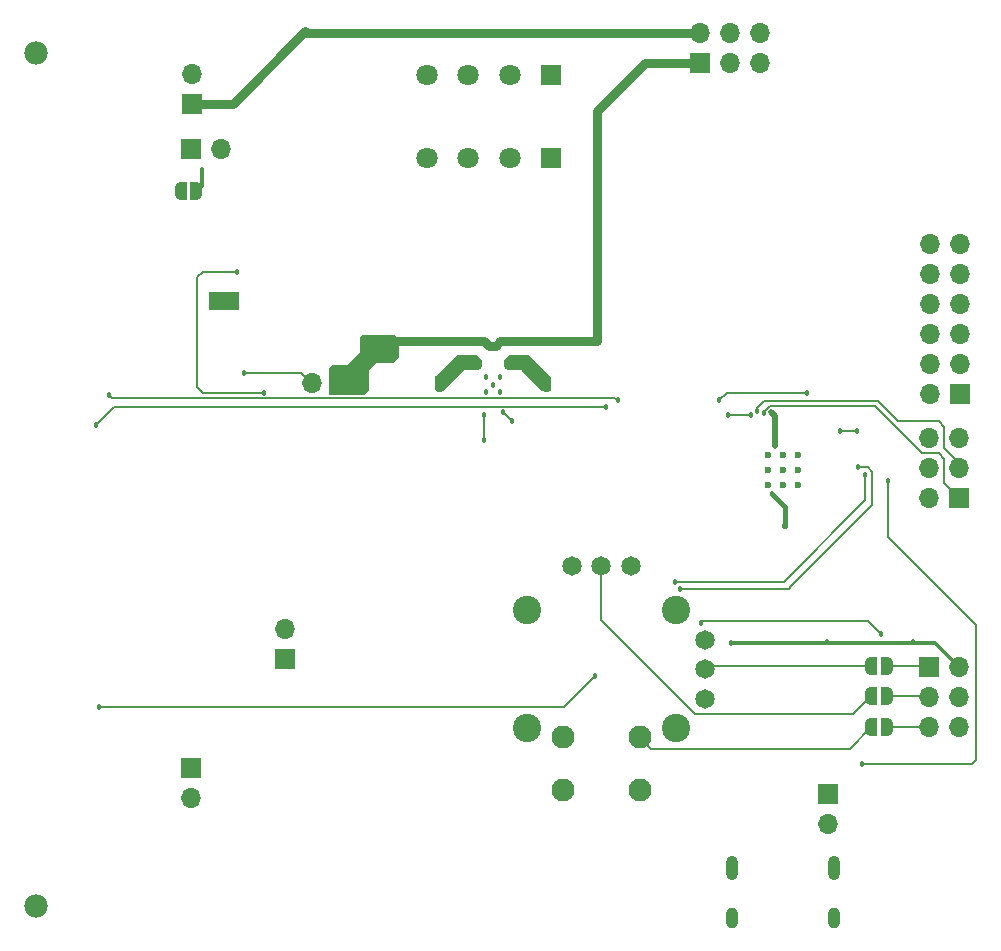
<source format=gbr>
%TF.GenerationSoftware,KiCad,Pcbnew,8.0.2*%
%TF.CreationDate,2024-05-27T20:09:00+01:00*%
%TF.ProjectId,StepUp,53746570-5570-42e6-9b69-6361645f7063,v1.0*%
%TF.SameCoordinates,Original*%
%TF.FileFunction,Copper,L4,Bot*%
%TF.FilePolarity,Positive*%
%FSLAX46Y46*%
G04 Gerber Fmt 4.6, Leading zero omitted, Abs format (unit mm)*
G04 Created by KiCad (PCBNEW 8.0.2) date 2024-05-27 20:09:00*
%MOMM*%
%LPD*%
G01*
G04 APERTURE LIST*
G04 Aperture macros list*
%AMFreePoly0*
4,1,19,0.500000,-0.750000,0.000000,-0.750000,0.000000,-0.744911,-0.071157,-0.744911,-0.207708,-0.704816,-0.327430,-0.627875,-0.420627,-0.520320,-0.479746,-0.390866,-0.500000,-0.250000,-0.500000,0.250000,-0.479746,0.390866,-0.420627,0.520320,-0.327430,0.627875,-0.207708,0.704816,-0.071157,0.744911,0.000000,0.744911,0.000000,0.750000,0.500000,0.750000,0.500000,-0.750000,0.500000,-0.750000,
$1*%
%AMFreePoly1*
4,1,19,0.000000,0.744911,0.071157,0.744911,0.207708,0.704816,0.327430,0.627875,0.420627,0.520320,0.479746,0.390866,0.500000,0.250000,0.500000,-0.250000,0.479746,-0.390866,0.420627,-0.520320,0.327430,-0.627875,0.207708,-0.704816,0.071157,-0.744911,0.000000,-0.744911,0.000000,-0.750000,-0.500000,-0.750000,-0.500000,0.750000,0.000000,0.750000,0.000000,0.744911,0.000000,0.744911,
$1*%
G04 Aperture macros list end*
%TA.AperFunction,ComponentPad*%
%ADD10C,1.980000*%
%TD*%
%TA.AperFunction,ComponentPad*%
%ADD11O,1.000000X2.100000*%
%TD*%
%TA.AperFunction,ComponentPad*%
%ADD12O,1.000000X1.800000*%
%TD*%
%TA.AperFunction,ComponentPad*%
%ADD13C,0.600000*%
%TD*%
%TA.AperFunction,ComponentPad*%
%ADD14C,1.650000*%
%TD*%
%TA.AperFunction,ComponentPad*%
%ADD15C,1.950000*%
%TD*%
%TA.AperFunction,ComponentPad*%
%ADD16C,2.400000*%
%TD*%
%TA.AperFunction,HeatsinkPad*%
%ADD17C,0.600000*%
%TD*%
%TA.AperFunction,HeatsinkPad*%
%ADD18R,2.500000X1.600000*%
%TD*%
%TA.AperFunction,ComponentPad*%
%ADD19R,1.700000X1.700000*%
%TD*%
%TA.AperFunction,ComponentPad*%
%ADD20O,1.700000X1.700000*%
%TD*%
%TA.AperFunction,ComponentPad*%
%ADD21R,1.800000X1.800000*%
%TD*%
%TA.AperFunction,ComponentPad*%
%ADD22C,1.800000*%
%TD*%
%TA.AperFunction,SMDPad,CuDef*%
%ADD23FreePoly0,180.000000*%
%TD*%
%TA.AperFunction,SMDPad,CuDef*%
%ADD24FreePoly1,180.000000*%
%TD*%
%TA.AperFunction,SMDPad,CuDef*%
%ADD25FreePoly0,0.000000*%
%TD*%
%TA.AperFunction,SMDPad,CuDef*%
%ADD26FreePoly1,0.000000*%
%TD*%
%TA.AperFunction,ViaPad*%
%ADD27C,0.457200*%
%TD*%
%TA.AperFunction,Conductor*%
%ADD28C,0.152400*%
%TD*%
%TA.AperFunction,Conductor*%
%ADD29C,0.304800*%
%TD*%
%TA.AperFunction,Conductor*%
%ADD30C,0.400000*%
%TD*%
%TA.AperFunction,Conductor*%
%ADD31C,0.508000*%
%TD*%
%TA.AperFunction,Conductor*%
%ADD32C,0.762000*%
%TD*%
G04 APERTURE END LIST*
D10*
%TO.P,BT1,N*%
%TO.N,GND*%
X104648000Y-141012000D03*
%TO.P,BT1,P*%
%TO.N,Net-(D14-K)*%
X104648000Y-68792000D03*
%TD*%
D11*
%TO.P,J1,S1,SHIELD*%
%TO.N,GND*%
X163574000Y-137865000D03*
D12*
X163574000Y-142045000D03*
D11*
X172214000Y-137865000D03*
D12*
X172214000Y-142045000D03*
%TD*%
D13*
%TO.P,U3,57,GND*%
%TO.N,GND*%
X169174000Y-105420000D03*
X169174000Y-104145000D03*
X169174000Y-102870000D03*
X167899000Y-105420000D03*
X167899000Y-104145000D03*
X167899000Y-102870000D03*
X166624000Y-105420000D03*
X166624000Y-104145000D03*
X166624000Y-102870000D03*
%TD*%
D14*
%TO.P,JOY1,1,1*%
%TO.N,+3V3*%
X155062500Y-112275000D03*
%TO.P,JOY1,2,2*%
%TO.N,JOYSTSICK_AXIS_H*%
X152562500Y-112275000D03*
%TO.P,JOY1,3,3*%
%TO.N,GND*%
X150062500Y-112275000D03*
%TO.P,JOY1,11,1'*%
%TO.N,+3V3*%
X161292500Y-123505000D03*
%TO.P,JOY1,12,2'*%
%TO.N,JOYSTSICK_AXIS_V*%
X161292500Y-121005000D03*
%TO.P,JOY1,13,3'*%
%TO.N,GND*%
X161292500Y-118505000D03*
D15*
%TO.P,JOY1,A1,COM_1*%
X149312500Y-126755000D03*
%TO.P,JOY1,B1,COM_2*%
%TO.N,JOYSTSICK_BUTTON*%
X155812500Y-126755000D03*
%TO.P,JOY1,C1,NO_1*%
%TO.N,GND*%
X149312500Y-131255000D03*
%TO.P,JOY1,D1,NO_2*%
%TO.N,JOYSTSICK_BUTTON*%
X155812500Y-131255000D03*
D16*
%TO.P,JOY1,MH1,MH1*%
%TO.N,unconnected-(JOY1-PadMH1)*%
X158887500Y-116005000D03*
%TO.P,JOY1,MH2,MH2*%
%TO.N,unconnected-(JOY1-PadMH2)*%
X146237500Y-116005000D03*
%TO.P,JOY1,MH3,MH3*%
%TO.N,unconnected-(JOY1-PadMH3)*%
X146237500Y-126005000D03*
%TO.P,JOY1,MH4,MH4*%
%TO.N,unconnected-(JOY1-PadMH4)*%
X158887500Y-126005000D03*
%TD*%
D17*
%TO.P,U8,13,PGND*%
%TO.N,GND*%
X119669000Y-90320000D03*
X120619000Y-90320000D03*
X121569000Y-90320000D03*
D18*
X120619000Y-89820000D03*
D17*
X119669000Y-89320000D03*
X120619000Y-89320000D03*
X121569000Y-89320000D03*
%TD*%
D19*
%TO.P,J4,1,Pin_1*%
%TO.N,/MCU/GPIO8*%
X182880000Y-97706000D03*
D20*
%TO.P,J4,2,Pin_2*%
%TO.N,/MCU/GPIO10*%
X180340000Y-97706000D03*
%TO.P,J4,3,Pin_3*%
%TO.N,/MCU/GPIO9*%
X182880000Y-95166000D03*
%TO.P,J4,4,Pin_4*%
%TO.N,/MCU/GPIO11*%
X180340000Y-95166000D03*
%TO.P,J4,5,Pin_5*%
%TO.N,GND*%
X182880000Y-92626000D03*
%TO.P,J4,6,Pin_6*%
X180340000Y-92626000D03*
%TO.P,J4,7,Pin_7*%
%TO.N,/MCU/GPIO14*%
X182880000Y-90086000D03*
%TO.P,J4,8,Pin_8*%
%TO.N,/MCU/GPIO12*%
X180340000Y-90086000D03*
%TO.P,J4,9,Pin_9*%
%TO.N,/MCU/GPIO15*%
X182880000Y-87546000D03*
%TO.P,J4,10,Pin_10*%
%TO.N,/MCU/GPIO13*%
X180340000Y-87546000D03*
%TO.P,J4,11,Pin_11*%
%TO.N,GND*%
X182880000Y-85006000D03*
%TO.P,J4,12,Pin_12*%
X180340000Y-85006000D03*
%TD*%
D21*
%TO.P,J5,1_A,1*%
%TO.N,OB2_OUT*%
X148277400Y-77689501D03*
%TO.P,J5,1_B,1__1*%
X148277400Y-70689501D03*
D22*
%TO.P,J5,2_A,2*%
%TO.N,OB1_OUT*%
X144777400Y-77689501D03*
%TO.P,J5,2_B,2__1*%
X144777400Y-70689501D03*
%TO.P,J5,3_A,3*%
%TO.N,OA1_OUT*%
X141277400Y-77689501D03*
%TO.P,J5,3_B,3__1*%
X141277400Y-70689501D03*
%TO.P,J5,4_A,4*%
%TO.N,OA2_OUT*%
X137777400Y-77689501D03*
%TO.P,J5,4_B,4__1*%
X137777400Y-70689501D03*
%TD*%
D19*
%TO.P,J3,1,Pin_1*%
%TO.N,/MCU/SWCLK*%
X182875000Y-106525000D03*
D20*
%TO.P,J3,2,Pin_2*%
%TO.N,/MCU/UART_0_TX*%
X180335000Y-106525000D03*
%TO.P,J3,3,Pin_3*%
%TO.N,/MCU/SWD*%
X182875000Y-103985000D03*
%TO.P,J3,4,Pin_4*%
%TO.N,/MCU/UART_0_RX*%
X180335000Y-103985000D03*
%TO.P,J3,5,Pin_5*%
%TO.N,GND*%
X182875000Y-101445000D03*
%TO.P,J3,6,Pin_6*%
X180335000Y-101445000D03*
%TD*%
D19*
%TO.P,J8,1,Pin_1*%
%TO.N,Vbat*%
X117852000Y-129337000D03*
D20*
%TO.P,J8,2,Pin_2*%
%TO.N,Net-(J8-Pin_2)*%
X117852000Y-131877000D03*
%TD*%
D19*
%TO.P,J9,1,Pin_1*%
%TO.N,VMotor*%
X130561000Y-96774000D03*
D20*
%TO.P,J9,2,Pin_2*%
%TO.N,BOOST_VOUT*%
X128021000Y-96774000D03*
%TD*%
D19*
%TO.P,J6,1,Pin_1*%
%TO.N,V_USB*%
X125800000Y-120175000D03*
D20*
%TO.P,J6,2,Pin_2*%
%TO.N,Net-(D11-A)*%
X125800000Y-117635000D03*
%TD*%
D19*
%TO.P,J10,1,Pin_1*%
%TO.N,VMotor*%
X160875000Y-69675000D03*
D20*
%TO.P,J10,2,Pin_2*%
%TO.N,Vbat*%
X160875000Y-67135000D03*
%TO.P,J10,3,Pin_3*%
%TO.N,+3V3*%
X163415000Y-69675000D03*
%TO.P,J10,4,Pin_4*%
%TO.N,V_USB*%
X163415000Y-67135000D03*
%TO.P,J10,5,Pin_5*%
%TO.N,GND*%
X165955000Y-69675000D03*
%TO.P,J10,6,Pin_6*%
X165955000Y-67135000D03*
%TD*%
D19*
%TO.P,J2,1,Pin_1*%
%TO.N,V_USB*%
X171704000Y-131567000D03*
D20*
%TO.P,J2,2,Pin_2*%
%TO.N,Net-(J2-Pin_2)*%
X171704000Y-134107000D03*
%TD*%
D19*
%TO.P,J11,1,Pin_1*%
%TO.N,Vbat*%
X117856000Y-73157000D03*
D20*
%TO.P,J11,2,Pin_2*%
%TO.N,Net-(D14-K)*%
X117856000Y-70617000D03*
%TD*%
D19*
%TO.P,J12,1,Pin_1*%
%TO.N,Net-(J12-Pin_1)*%
X180330000Y-120800000D03*
D20*
%TO.P,J12,2,Pin_2*%
%TO.N,+3V3*%
X182870000Y-120800000D03*
%TO.P,J12,3,Pin_3*%
%TO.N,Net-(J12-Pin_3)*%
X180330000Y-123340000D03*
%TO.P,J12,4,Pin_4*%
%TO.N,GND*%
X182870000Y-123340000D03*
%TO.P,J12,5,Pin_5*%
%TO.N,Net-(J12-Pin_5)*%
X180330000Y-125880000D03*
%TO.P,J12,6,Pin_6*%
%TO.N,GND*%
X182870000Y-125880000D03*
%TD*%
D19*
%TO.P,J7,1,Pin_1*%
%TO.N,Vbat*%
X117851000Y-76962000D03*
D20*
%TO.P,J7,2,Pin_2*%
%TO.N,BOOST_VIN*%
X120391000Y-76962000D03*
%TD*%
D23*
%TO.P,JP3,1,A*%
%TO.N,/Power/BOOST_ENABLE*%
X118252000Y-80518000D03*
D24*
%TO.P,JP3,2,B*%
%TO.N,MCU_BOOST_EN*%
X116952000Y-80518000D03*
%TD*%
D25*
%TO.P,JP10,1,A*%
%TO.N,JOYSTSICK_BUTTON*%
X175400000Y-125900000D03*
D26*
%TO.P,JP10,2,B*%
%TO.N,Net-(J12-Pin_5)*%
X176700000Y-125900000D03*
%TD*%
D25*
%TO.P,JP9,1,A*%
%TO.N,JOYSTSICK_AXIS_H*%
X175400000Y-123300000D03*
D26*
%TO.P,JP9,2,B*%
%TO.N,Net-(J12-Pin_3)*%
X176700000Y-123300000D03*
%TD*%
D25*
%TO.P,JP8,1,A*%
%TO.N,JOYSTSICK_AXIS_V*%
X175400000Y-120700000D03*
D26*
%TO.P,JP8,2,B*%
%TO.N,Net-(J12-Pin_1)*%
X176700000Y-120700000D03*
%TD*%
D27*
%TO.N,VUSB_MONITOR*%
X174600000Y-129000000D03*
X176850000Y-105100000D03*
%TO.N,GND*%
X142800000Y-97500000D03*
X144000000Y-96300000D03*
X144000000Y-97500000D03*
X143400000Y-96900000D03*
X142800000Y-96300000D03*
%TO.N,/Power/BOOST_ENABLE*%
X118700000Y-78700000D03*
%TO.N,+3V3*%
X178950000Y-118700000D03*
X171650000Y-118700000D03*
X163500000Y-118750000D03*
%TO.N,+1V1*%
X167259000Y-102108000D03*
X166954000Y-99246000D03*
X168041800Y-108841800D03*
X167000000Y-106200000D03*
%TO.N,/MCU/~{USB_BOOT}*%
X160950000Y-117100000D03*
X152000000Y-121600000D03*
X176250000Y-118050000D03*
X110000000Y-124200000D03*
%TO.N,/MCU/SWCLK*%
X166309321Y-99281558D03*
%TO.N,/MCU/GPIO13*%
X110850000Y-97750000D03*
X170000000Y-97650000D03*
X153950000Y-98250000D03*
X162550000Y-98250000D03*
%TO.N,/MCU/RUN*%
X163250000Y-99500000D03*
X109800000Y-100300000D03*
X152950000Y-98800000D03*
X165200000Y-99500000D03*
%TO.N,/MCU/SWD*%
X165700000Y-99100000D03*
%TO.N,/MCU/GPIO10*%
X174200000Y-100800000D03*
X172800000Y-100800000D03*
%TO.N,VMotor*%
X134850000Y-94600000D03*
X143050000Y-93650000D03*
X134850000Y-94000000D03*
X142600000Y-93200000D03*
X143600000Y-93650000D03*
X152200000Y-93250000D03*
X134850000Y-93250000D03*
%TO.N,TMC_EN*%
X142600000Y-99500000D03*
X142600000Y-101600000D03*
%TO.N,TMC_UART_RX*%
X144200000Y-99262800D03*
X145000000Y-100000000D03*
%TO.N,Net-(U8-OVP)*%
X121700000Y-87350000D03*
X123952000Y-97598000D03*
%TO.N,/MCU/EEPROM_SCL*%
X174900000Y-104600000D03*
X158800000Y-113600000D03*
%TO.N,/Motor Driver/BRA*%
X142050000Y-95250000D03*
X138900000Y-97050000D03*
X141800000Y-94750000D03*
X138900000Y-96400000D03*
%TO.N,/Motor Driver/BRB*%
X147857000Y-97050000D03*
X147857000Y-96400000D03*
X144957000Y-94750000D03*
X144707000Y-95250000D03*
%TO.N,BOOST_VOUT*%
X122300000Y-95900000D03*
%TO.N,/MCU/EEPROM_SDA*%
X159200000Y-114200000D03*
X174300000Y-103900000D03*
%TD*%
D28*
%TO.N,VUSB_MONITOR*%
X183950000Y-129000000D02*
X174600000Y-129000000D01*
X184300000Y-128650000D02*
X183950000Y-129000000D01*
X184300000Y-117250000D02*
X184300000Y-128650000D01*
X184100000Y-117050000D02*
X184300000Y-117250000D01*
X176850000Y-109800000D02*
X184100000Y-117050000D01*
X176850000Y-105100000D02*
X176850000Y-109800000D01*
D29*
%TO.N,/Power/BOOST_ENABLE*%
X118700000Y-78700000D02*
X118700000Y-80070000D01*
X118700000Y-80070000D02*
X118252000Y-80518000D01*
%TO.N,+3V3*%
X180820000Y-118750000D02*
X182870000Y-120800000D01*
X171600000Y-118750000D02*
X171650000Y-118700000D01*
X163500000Y-118750000D02*
X171600000Y-118750000D01*
X178950000Y-118700000D02*
X179000000Y-118750000D01*
X171700000Y-118750000D02*
X178900000Y-118750000D01*
X178900000Y-118750000D02*
X178950000Y-118700000D01*
X179000000Y-118750000D02*
X180820000Y-118750000D01*
X171650000Y-118700000D02*
X171700000Y-118750000D01*
D30*
%TO.N,+1V1*%
X168100000Y-108841800D02*
X168100000Y-107300000D01*
D29*
X168041800Y-108841800D02*
X168100000Y-108841800D01*
D31*
X166954000Y-99246000D02*
X167259000Y-99551000D01*
X167259000Y-99551000D02*
X167259000Y-102108000D01*
D30*
X168100000Y-107300000D02*
X167000000Y-106200000D01*
D28*
%TO.N,/MCU/~{USB_BOOT}*%
X149400000Y-124200000D02*
X152000000Y-121600000D01*
X175150000Y-116950000D02*
X161100000Y-116950000D01*
X176250000Y-118050000D02*
X175150000Y-116950000D01*
X110000000Y-124200000D02*
X149400000Y-124200000D01*
X161100000Y-116950000D02*
X160950000Y-117100000D01*
%TO.N,/MCU/SWCLK*%
X175700000Y-98700000D02*
X179700000Y-102700000D01*
X166800000Y-98700000D02*
X175700000Y-98700000D01*
X166309321Y-99281558D02*
X166309321Y-99190679D01*
X179700000Y-102700000D02*
X181100000Y-102700000D01*
X181600000Y-105250000D02*
X182875000Y-106525000D01*
X181100000Y-102700000D02*
X181600000Y-103200000D01*
X166309321Y-99190679D02*
X166800000Y-98700000D01*
X181600000Y-103200000D02*
X181600000Y-105250000D01*
%TO.N,/MCU/GPIO13*%
X162550000Y-98250000D02*
X163150000Y-97650000D01*
X110850000Y-97750000D02*
X111155200Y-98055200D01*
X153950000Y-98250000D02*
X153850000Y-98250000D01*
X111155200Y-98055200D02*
X153655200Y-98055200D01*
X163150000Y-97650000D02*
X170000000Y-97650000D01*
X153655200Y-98055200D02*
X153950000Y-98250000D01*
%TO.N,/MCU/RUN*%
X165200000Y-99500000D02*
X163250000Y-99500000D01*
X152955600Y-98805600D02*
X152950000Y-98800000D01*
X111294400Y-98805600D02*
X109800000Y-100300000D01*
X152944400Y-98805600D02*
X111294400Y-98805600D01*
X152950000Y-98800000D02*
X152944400Y-98805600D01*
%TO.N,/MCU/SWD*%
X165700000Y-98900000D02*
X166300000Y-98300000D01*
X182875000Y-103575000D02*
X182875000Y-103985000D01*
X181600000Y-102300000D02*
X182875000Y-103575000D01*
X166300000Y-98300000D02*
X175956400Y-98300000D01*
X181100000Y-100000000D02*
X181600000Y-100500000D01*
X177656400Y-100000000D02*
X181100000Y-100000000D01*
X165700000Y-99100000D02*
X165700000Y-98900000D01*
X181600000Y-100500000D02*
X181600000Y-102300000D01*
X175956400Y-98300000D02*
X177656400Y-100000000D01*
%TO.N,/MCU/GPIO10*%
X174200000Y-100800000D02*
X172800000Y-100800000D01*
D32*
%TO.N,Vbat*%
X127500000Y-67000000D02*
X127635000Y-67135000D01*
X121343000Y-73157000D02*
X127500000Y-67000000D01*
X117856000Y-73157000D02*
X121343000Y-73157000D01*
X127635000Y-67135000D02*
X160875000Y-67135000D01*
D28*
%TO.N,JOYSTSICK_AXIS_V*%
X175400000Y-120700000D02*
X161597500Y-120700000D01*
X161597500Y-120700000D02*
X161292500Y-121005000D01*
%TO.N,JOYSTSICK_BUTTON*%
X156787500Y-127730000D02*
X155812500Y-126755000D01*
X173570000Y-127730000D02*
X156787500Y-127730000D01*
X175400000Y-125900000D02*
X173570000Y-127730000D01*
%TO.N,JOYSTSICK_AXIS_H*%
X160500000Y-124800000D02*
X152562500Y-116862500D01*
X152562500Y-116862500D02*
X152562500Y-112275000D01*
X173900000Y-124800000D02*
X160500000Y-124800000D01*
X175400000Y-123300000D02*
X173900000Y-124800000D01*
D32*
%TO.N,VMotor*%
X134850000Y-93250000D02*
X134850000Y-94600000D01*
X143600000Y-93650000D02*
X144000000Y-93250000D01*
X156225000Y-69675000D02*
X152200000Y-73700000D01*
X134900000Y-93200000D02*
X142600000Y-93200000D01*
X152200000Y-73700000D02*
X152200000Y-93250000D01*
X142600000Y-93200000D02*
X143050000Y-93650000D01*
X134850000Y-93250000D02*
X134900000Y-93200000D01*
X144000000Y-93250000D02*
X152200000Y-93250000D01*
X160875000Y-69675000D02*
X156225000Y-69675000D01*
X143600000Y-93650000D02*
X143050000Y-93650000D01*
D28*
%TO.N,TMC_EN*%
X142600000Y-101600000D02*
X142600000Y-99500000D01*
%TO.N,TMC_UART_RX*%
X144262800Y-99262800D02*
X144200000Y-99262800D01*
X145000000Y-100000000D02*
X144262800Y-99262800D01*
%TO.N,Net-(U8-OVP)*%
X118350000Y-87800000D02*
X118350000Y-97100000D01*
X121700000Y-87350000D02*
X118800000Y-87350000D01*
X118848000Y-97598000D02*
X123952000Y-97598000D01*
X118800000Y-87350000D02*
X118350000Y-87800000D01*
X118350000Y-97100000D02*
X118848000Y-97598000D01*
%TO.N,/MCU/EEPROM_SCL*%
X174900000Y-106700000D02*
X168000000Y-113600000D01*
X168000000Y-113600000D02*
X158800000Y-113600000D01*
X174900000Y-104600000D02*
X174900000Y-106700000D01*
%TO.N,BOOST_VOUT*%
X127147000Y-95900000D02*
X122300000Y-95900000D01*
X128021000Y-96774000D02*
X127147000Y-95900000D01*
%TO.N,/MCU/EEPROM_SDA*%
X168400000Y-114200000D02*
X159200000Y-114200000D01*
X168600000Y-114000000D02*
X168400000Y-114200000D01*
X175500000Y-107100000D02*
X168600000Y-114000000D01*
X174300000Y-103900000D02*
X175100000Y-103900000D01*
X175500000Y-104300000D02*
X175500000Y-107100000D01*
X175100000Y-103900000D02*
X175500000Y-104300000D01*
%TO.N,Net-(J12-Pin_5)*%
X176700000Y-125900000D02*
X180310000Y-125900000D01*
X180310000Y-125900000D02*
X180330000Y-125880000D01*
%TO.N,Net-(J12-Pin_1)*%
X180230000Y-120700000D02*
X180330000Y-120800000D01*
X176700000Y-120700000D02*
X180230000Y-120700000D01*
%TO.N,Net-(J12-Pin_3)*%
X180290000Y-123300000D02*
X180330000Y-123340000D01*
X176700000Y-123300000D02*
X180290000Y-123300000D01*
%TD*%
%TA.AperFunction,Conductor*%
%TO.N,VMotor*%
G36*
X135067183Y-92718907D02*
G01*
X135078996Y-92728996D01*
X135371004Y-93021004D01*
X135398781Y-93075521D01*
X135400000Y-93091008D01*
X135400000Y-94608992D01*
X135381093Y-94667183D01*
X135371004Y-94678996D01*
X135028996Y-95021004D01*
X134974479Y-95048781D01*
X134958992Y-95050000D01*
X133450000Y-95050000D01*
X132850000Y-95650000D01*
X132850000Y-95650001D01*
X132850000Y-97408992D01*
X132831093Y-97467183D01*
X132821004Y-97478996D01*
X132550496Y-97749504D01*
X132495979Y-97777281D01*
X132480492Y-97778500D01*
X129599000Y-97778500D01*
X129540809Y-97759593D01*
X129504845Y-97710093D01*
X129500000Y-97679500D01*
X129500000Y-95591008D01*
X129518907Y-95532817D01*
X129528996Y-95521004D01*
X129771004Y-95278996D01*
X129825521Y-95251219D01*
X129841008Y-95250000D01*
X131049999Y-95250000D01*
X131050000Y-95250000D01*
X132100000Y-94200000D01*
X132100000Y-92941008D01*
X132118907Y-92882817D01*
X132128996Y-92871004D01*
X132271004Y-92728996D01*
X132325521Y-92701219D01*
X132341008Y-92700000D01*
X135008992Y-92700000D01*
X135067183Y-92718907D01*
G37*
%TD.AperFunction*%
%TD*%
%TA.AperFunction,Conductor*%
%TO.N,/Motor Driver/BRB*%
G36*
X146379787Y-94409438D02*
G01*
X146504925Y-94461272D01*
X146545152Y-94488152D01*
X148218847Y-96161847D01*
X148245727Y-96202075D01*
X148297561Y-96327212D01*
X148307000Y-96374665D01*
X148307000Y-97225334D01*
X148297561Y-97272787D01*
X148253432Y-97379324D01*
X148209591Y-97433727D01*
X148186324Y-97446432D01*
X148079788Y-97490561D01*
X148032335Y-97500000D01*
X147781665Y-97500000D01*
X147734212Y-97490561D01*
X147609075Y-97438727D01*
X147568847Y-97411847D01*
X145877711Y-95720711D01*
X145807000Y-95650000D01*
X145707002Y-95650000D01*
X144681665Y-95650000D01*
X144634212Y-95640561D01*
X144509075Y-95588727D01*
X144468847Y-95561847D01*
X144395152Y-95488152D01*
X144368272Y-95447923D01*
X144316439Y-95322786D01*
X144307000Y-95275334D01*
X144307000Y-94924665D01*
X144316439Y-94877213D01*
X144368272Y-94752076D01*
X144395149Y-94711850D01*
X144618850Y-94488149D01*
X144659074Y-94461272D01*
X144721644Y-94435355D01*
X144784213Y-94409439D01*
X144831665Y-94400000D01*
X146332335Y-94400000D01*
X146379787Y-94409438D01*
G37*
%TD.AperFunction*%
%TD*%
%TA.AperFunction,Conductor*%
%TO.N,/Motor Driver/BRA*%
G36*
X141972787Y-94409438D02*
G01*
X142097925Y-94461272D01*
X142138152Y-94488152D01*
X142361847Y-94711847D01*
X142388727Y-94752075D01*
X142440561Y-94877212D01*
X142450000Y-94924665D01*
X142450000Y-95275334D01*
X142440561Y-95322787D01*
X142388727Y-95447924D01*
X142361847Y-95488152D01*
X142288152Y-95561847D01*
X142247925Y-95588727D01*
X142203572Y-95607098D01*
X142122786Y-95640561D01*
X142075335Y-95650000D01*
X140950000Y-95650000D01*
X140879289Y-95720710D01*
X140879288Y-95720711D01*
X139188152Y-97411847D01*
X139147925Y-97438727D01*
X139129324Y-97446432D01*
X139022786Y-97490561D01*
X138975335Y-97500000D01*
X138724665Y-97500000D01*
X138677212Y-97490561D01*
X138570674Y-97446431D01*
X138516272Y-97402591D01*
X138503567Y-97379323D01*
X138459439Y-97272786D01*
X138450000Y-97225334D01*
X138450000Y-96374665D01*
X138459439Y-96327213D01*
X138511272Y-96202076D01*
X138538149Y-96161850D01*
X140211850Y-94488149D01*
X140252074Y-94461272D01*
X140314644Y-94435355D01*
X140377213Y-94409439D01*
X140424665Y-94400000D01*
X141925335Y-94400000D01*
X141972787Y-94409438D01*
G37*
%TD.AperFunction*%
%TD*%
M02*

</source>
